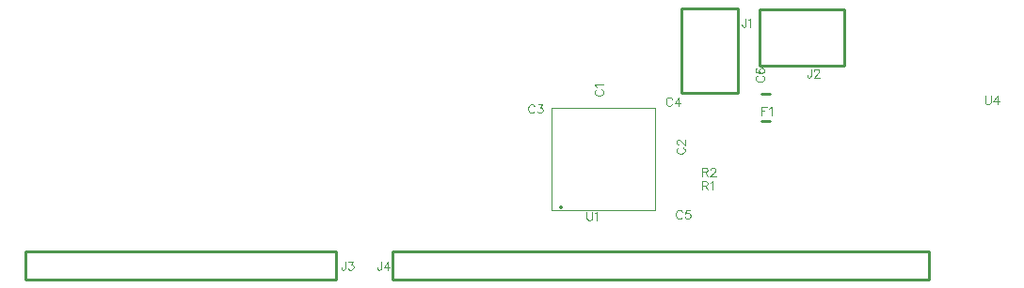
<source format=gbr>
G04 DipTrace 3.0.0.2*
G04 TopSilk.gbr*
%MOIN*%
G04 #@! TF.FileFunction,Legend,Top*
G04 #@! TF.Part,Single*
%ADD10C,0.009843*%
%ADD15C,0.007874*%
%ADD24C,0.001969*%
%ADD83C,0.004632*%
%FSLAX26Y26*%
G04*
G70*
G90*
G75*
G01*
G04 TopSilk*
%LPD*%
X1588701Y393701D2*
D10*
Y493701D1*
X488701Y393701D2*
X1588701D1*
X488701D2*
Y493701D1*
X563501D1*
X1588701D1*
X3314401Y491701D2*
X3322001D1*
X1862801D2*
X3688701D1*
X1788701D2*
X1862801D1*
X1788701Y391701D2*
Y491701D1*
Y391701D2*
X3688701D1*
Y491701D1*
X2351599Y639126D2*
D24*
Y1003299D1*
X2715772D1*
Y639126D1*
X2351599D1*
X2380150Y648959D2*
D15*
G02X2380150Y648959I3933J0D01*
G01*
X3092973Y955484D2*
D10*
X3124457D1*
X3092973Y1053918D2*
X3124457D1*
X3197001Y1153701D2*
X3388701D1*
X3088701D2*
X3388701D1*
X3088701Y1353701D2*
X3388701D1*
X3088701Y1153701D2*
Y1353701D1*
X3388701Y1153701D2*
Y1353701D1*
X3010701Y1164001D2*
Y1355701D1*
Y1055701D2*
Y1355701D1*
X2810701Y1055701D2*
Y1355701D1*
X3010701Y1055701D2*
X2810701D1*
X3010701Y1355701D2*
X2810701D1*
X1620201Y456635D2*
D83*
Y433687D1*
X1618775Y429376D1*
X1617316Y427950D1*
X1614464Y426491D1*
X1611579D1*
X1608727Y427950D1*
X1607301Y429376D1*
X1605842Y433687D1*
Y436539D1*
X1632349Y456602D2*
X1648101D1*
X1639512Y445128D1*
X1643823D1*
X1646675Y443702D1*
X1648101Y442276D1*
X1649560Y437965D1*
Y435113D1*
X1648101Y430802D1*
X1645249Y427917D1*
X1640938Y426491D1*
X1636627D1*
X1632349Y427917D1*
X1630923Y429376D1*
X1629464Y432228D1*
X1747488Y456635D2*
Y433687D1*
X1746062Y429376D1*
X1744603Y427950D1*
X1741751Y426491D1*
X1738866D1*
X1736014Y427950D1*
X1734588Y429376D1*
X1733129Y433687D1*
Y436539D1*
X1771110Y426491D2*
Y456602D1*
X1756751Y436539D1*
X1778273D1*
X2474407Y633233D2*
Y611711D1*
X2475833Y607400D1*
X2478718Y604548D1*
X2483029Y603089D1*
X2485881D1*
X2490192Y604548D1*
X2493077Y607400D1*
X2494503Y611711D1*
Y633233D1*
X2503767Y627463D2*
X2506652Y628922D1*
X2510963Y633200D1*
Y603089D1*
X2511245Y1067768D2*
X2508393Y1066342D1*
X2505508Y1063457D1*
X2504082Y1060605D1*
Y1054868D1*
X2505508Y1051983D1*
X2508393Y1049131D1*
X2511245Y1047672D1*
X2515556Y1046246D1*
X2522752D1*
X2527030Y1047672D1*
X2529915Y1049131D1*
X2532767Y1051983D1*
X2534226Y1054868D1*
Y1060605D1*
X2532767Y1063457D1*
X2529915Y1066342D1*
X2527030Y1067768D1*
X2509852Y1077031D2*
X2508393Y1079916D1*
X2504115Y1084227D1*
X2534226D1*
X2800245Y861318D2*
X2797393Y859892D1*
X2794508Y857007D1*
X2793082Y854155D1*
Y848418D1*
X2794508Y845533D1*
X2797393Y842681D1*
X2800245Y841222D1*
X2804556Y839796D1*
X2811752D1*
X2816030Y841222D1*
X2818915Y842681D1*
X2821767Y845533D1*
X2823226Y848418D1*
Y854155D1*
X2821767Y857007D1*
X2818915Y859892D1*
X2816030Y861318D1*
X2800278Y872040D2*
X2798852D1*
X2795967Y873466D1*
X2794541Y874892D1*
X2793115Y877777D1*
Y883514D1*
X2794541Y886366D1*
X2795967Y887792D1*
X2798852Y889251D1*
X2801704D1*
X2804589Y887792D1*
X2808867Y884940D1*
X2823226Y870581D1*
Y890677D1*
X2883423Y726961D2*
X2896323D1*
X2900634Y728420D1*
X2902093Y729846D1*
X2903519Y732698D1*
Y735583D1*
X2902093Y738435D1*
X2900634Y739894D1*
X2896323Y741320D1*
X2883423D1*
Y711176D1*
X2893471Y726961D2*
X2903519Y711176D1*
X2912783Y735550D2*
X2915668Y737009D1*
X2919979Y741287D1*
Y711176D1*
X2882973Y774961D2*
X2895873D1*
X2900184Y776420D1*
X2901643Y777846D1*
X2903069Y780698D1*
Y783583D1*
X2901643Y786435D1*
X2900184Y787894D1*
X2895873Y789320D1*
X2882973D1*
Y759176D1*
X2893021Y774961D2*
X2903069Y759176D1*
X2913792Y782124D2*
Y783550D1*
X2915218Y786435D1*
X2916644Y787861D1*
X2919529Y789287D1*
X2925266D1*
X2928118Y787861D1*
X2929544Y786435D1*
X2931003Y783550D1*
Y780698D1*
X2929544Y777813D1*
X2926692Y773535D1*
X2912333Y759176D1*
X2932429D1*
X2290231Y1007669D2*
X2288805Y1010521D1*
X2285920Y1013406D1*
X2283068Y1014832D1*
X2277331D1*
X2274446Y1013406D1*
X2271594Y1010521D1*
X2270135Y1007669D1*
X2268709Y1003358D1*
Y996162D1*
X2270135Y991884D1*
X2271594Y988999D1*
X2274446Y986147D1*
X2277331Y984688D1*
X2283068D1*
X2285920Y986147D1*
X2288805Y988999D1*
X2290231Y991884D1*
X2302380Y1014799D2*
X2318131D1*
X2309543Y1003325D1*
X2313854D1*
X2316706Y1001899D1*
X2318131Y1000473D1*
X2319591Y996162D1*
Y993310D1*
X2318131Y988999D1*
X2315280Y986114D1*
X2310969Y984688D1*
X2306658D1*
X2302380Y986114D1*
X2300954Y987573D1*
X2299495Y990425D1*
X2777534Y1033157D2*
X2776108Y1036009D1*
X2773223Y1038894D1*
X2770371Y1040320D1*
X2764634D1*
X2761749Y1038894D1*
X2758897Y1036009D1*
X2757438Y1033157D1*
X2756012Y1028846D1*
Y1021650D1*
X2757438Y1017372D1*
X2758897Y1014487D1*
X2761749Y1011635D1*
X2764634Y1010176D1*
X2770371D1*
X2773223Y1011635D1*
X2776108Y1014487D1*
X2777534Y1017372D1*
X2801156Y1010176D2*
Y1040287D1*
X2786797Y1020224D1*
X2808319D1*
X3081245Y1117047D2*
X3078393Y1115621D1*
X3075508Y1112736D1*
X3074082Y1109884D1*
Y1104147D1*
X3075508Y1101262D1*
X3078393Y1098410D1*
X3081245Y1096951D1*
X3085556Y1095525D1*
X3092752D1*
X3097030Y1096951D1*
X3099915Y1098410D1*
X3102767Y1101262D1*
X3104226Y1104147D1*
Y1109884D1*
X3102767Y1112736D1*
X3099915Y1115621D1*
X3097030Y1117047D1*
X3078393Y1143522D2*
X3075541Y1142096D1*
X3074115Y1137785D1*
Y1134933D1*
X3075541Y1130622D1*
X3079852Y1127737D1*
X3087015Y1126311D1*
X3094178D1*
X3099915Y1127737D1*
X3102800Y1130622D1*
X3104226Y1134933D1*
Y1136359D1*
X3102800Y1140637D1*
X3099915Y1143522D1*
X3095604Y1144948D1*
X3094178D1*
X3089867Y1143522D1*
X3087015Y1140637D1*
X3085589Y1136359D1*
Y1134933D1*
X3087015Y1130622D1*
X3089867Y1127737D1*
X3094178Y1126311D1*
X3112861Y1005784D2*
X3094191D1*
Y975640D1*
Y991425D2*
X3105665D1*
X3122125Y1000014D2*
X3125010Y1001473D1*
X3129321Y1005751D1*
Y975640D1*
X3270201Y1140635D2*
Y1117687D1*
X3268775Y1113376D1*
X3267316Y1111950D1*
X3264464Y1110491D1*
X3261579D1*
X3258727Y1111950D1*
X3257301Y1113376D1*
X3255842Y1117687D1*
Y1120539D1*
X3280923Y1133439D2*
Y1134865D1*
X3282349Y1137750D1*
X3283775Y1139176D1*
X3286660Y1140602D1*
X3292397D1*
X3295249Y1139176D1*
X3296675Y1137750D1*
X3298134Y1134865D1*
Y1132013D1*
X3296675Y1129128D1*
X3293823Y1124850D1*
X3279464Y1110491D1*
X3299560D1*
X3038651Y1320635D2*
Y1297687D1*
X3037225Y1293376D1*
X3035766Y1291950D1*
X3032914Y1290491D1*
X3030029D1*
X3027177Y1291950D1*
X3025751Y1293376D1*
X3024292Y1297687D1*
Y1300539D1*
X3047914Y1314865D2*
X3050799Y1316324D1*
X3055110Y1320602D1*
Y1290491D1*
X2813782Y632157D2*
X2812356Y635009D1*
X2809471Y637894D1*
X2806619Y639320D1*
X2800882D1*
X2797997Y637894D1*
X2795145Y635009D1*
X2793686Y632157D1*
X2792260Y627846D1*
Y620650D1*
X2793686Y616372D1*
X2795145Y613487D1*
X2797997Y610635D1*
X2800882Y609176D1*
X2806619D1*
X2809471Y610635D1*
X2812356Y613487D1*
X2813782Y616372D1*
X2840257Y639287D2*
X2825931D1*
X2824505Y626387D1*
X2825931Y627813D1*
X2830242Y629272D1*
X2834520D1*
X2838831Y627813D1*
X2841716Y624961D1*
X2843142Y620650D1*
Y617798D1*
X2841716Y613487D1*
X2838831Y610602D1*
X2834520Y609176D1*
X2830242D1*
X2825931Y610602D1*
X2824505Y612061D1*
X2823046Y614913D1*
X3886260Y1044635D2*
Y1023113D1*
X3887686Y1018802D1*
X3890571Y1015950D1*
X3894882Y1014491D1*
X3897734D1*
X3902045Y1015950D1*
X3904930Y1018802D1*
X3906356Y1023113D1*
Y1044635D1*
X3929979Y1014491D2*
Y1044602D1*
X3915620Y1024539D1*
X3937142D1*
M02*

</source>
